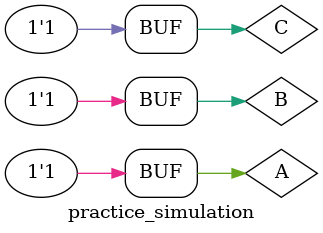
<source format=v>
`timescale 1ns / 1ps

module practice_simulation();
    reg A;
    reg B;
    reg C;
    wire LED1;
    wire LED2;
    wire LED3;
    
    practice dut (A, B, C, LED1, LED2, LED3);
    
    initial begin
        A = 0; B = 0; C = 0; #10;
        A = 0; B = 0; C = 1; #10;
        A = 0; B = 1; C = 0; #10;
        A = 0; B = 1; C = 1; #10;
        A = 1; B = 0; C = 0; #10;
        A = 1; B = 0; C = 1; #10;
        A = 1; B = 1; C = 0; #10;
        A = 1; B = 1; C = 1; #10;
    end

endmodule

</source>
